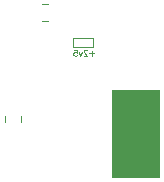
<source format=gbo>
G04 #@! TF.GenerationSoftware,KiCad,Pcbnew,(5.1.9)-1*
G04 #@! TF.CreationDate,2021-06-07T22:02:30-04:00*
G04 #@! TF.ProjectId,icepool-board,69636570-6f6f-46c2-9d62-6f6172642e6b,2020-04*
G04 #@! TF.SameCoordinates,Original*
G04 #@! TF.FileFunction,Legend,Bot*
G04 #@! TF.FilePolarity,Positive*
%FSLAX46Y46*%
G04 Gerber Fmt 4.6, Leading zero omitted, Abs format (unit mm)*
G04 Created by KiCad (PCBNEW (5.1.9)-1) date 2021-06-07 22:02:30*
%MOMM*%
%LPD*%
G01*
G04 APERTURE LIST*
%ADD10C,0.100000*%
%ADD11C,0.120000*%
G04 APERTURE END LIST*
D10*
X45657142Y-96235714D02*
X45276190Y-96235714D01*
X45466666Y-96426190D02*
X45466666Y-96045238D01*
X45061904Y-95973809D02*
X45038095Y-95950000D01*
X44990476Y-95926190D01*
X44871428Y-95926190D01*
X44823809Y-95950000D01*
X44800000Y-95973809D01*
X44776190Y-96021428D01*
X44776190Y-96069047D01*
X44800000Y-96140476D01*
X45085714Y-96426190D01*
X44776190Y-96426190D01*
X44609523Y-96092857D02*
X44490476Y-96426190D01*
X44371428Y-96092857D01*
X43942857Y-95926190D02*
X44180952Y-95926190D01*
X44204761Y-96164285D01*
X44180952Y-96140476D01*
X44133333Y-96116666D01*
X44014285Y-96116666D01*
X43966666Y-96140476D01*
X43942857Y-96164285D01*
X43919047Y-96211904D01*
X43919047Y-96330952D01*
X43942857Y-96378571D01*
X43966666Y-96402380D01*
X44014285Y-96426190D01*
X44133333Y-96426190D01*
X44180952Y-96402380D01*
X44204761Y-96378571D01*
G36*
X51200000Y-106700000D02*
G01*
X47200000Y-106700000D01*
X47199999Y-99300000D01*
X51199999Y-99300000D01*
X51200000Y-106700000D01*
G37*
X51200000Y-106700000D02*
X47200000Y-106700000D01*
X47199999Y-99300000D01*
X51199999Y-99300000D01*
X51200000Y-106700000D01*
D11*
X45600000Y-95700000D02*
X45600000Y-94900000D01*
X43900000Y-95700000D02*
X45600000Y-95700000D01*
X43900000Y-94900000D02*
X43900000Y-95700000D01*
X45600000Y-94900000D02*
X43900000Y-94900000D01*
X39510000Y-101541422D02*
X39510000Y-102058578D01*
X38090000Y-101541422D02*
X38090000Y-102058578D01*
X41758578Y-92090000D02*
X41241422Y-92090000D01*
X41758578Y-93510000D02*
X41241422Y-93510000D01*
M02*

</source>
